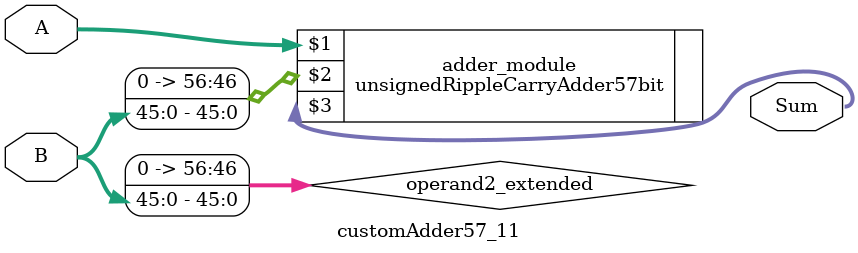
<source format=v>
module customAdder57_11(
                        input [56 : 0] A,
                        input [45 : 0] B,
                        
                        output [57 : 0] Sum
                );

        wire [56 : 0] operand2_extended;
        
        assign operand2_extended =  {11'b0, B};
        
        unsignedRippleCarryAdder57bit adder_module(
            A,
            operand2_extended,
            Sum
        );
        
        endmodule
        
</source>
